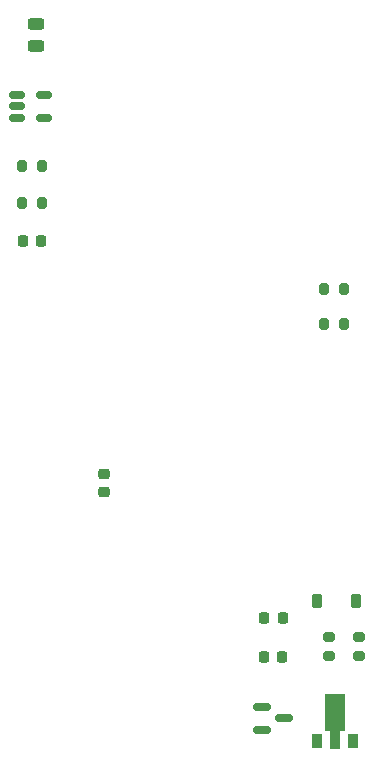
<source format=gbr>
%TF.GenerationSoftware,KiCad,Pcbnew,7.0.7*%
%TF.CreationDate,2024-05-31T07:58:12-05:00*%
%TF.ProjectId,ThinkTankTimerVote,5468696e-6b54-4616-9e6b-54696d657256,rev?*%
%TF.SameCoordinates,Original*%
%TF.FileFunction,Paste,Top*%
%TF.FilePolarity,Positive*%
%FSLAX46Y46*%
G04 Gerber Fmt 4.6, Leading zero omitted, Abs format (unit mm)*
G04 Created by KiCad (PCBNEW 7.0.7) date 2024-05-31 07:58:12*
%MOMM*%
%LPD*%
G01*
G04 APERTURE LIST*
G04 Aperture macros list*
%AMRoundRect*
0 Rectangle with rounded corners*
0 $1 Rounding radius*
0 $2 $3 $4 $5 $6 $7 $8 $9 X,Y pos of 4 corners*
0 Add a 4 corners polygon primitive as box body*
4,1,4,$2,$3,$4,$5,$6,$7,$8,$9,$2,$3,0*
0 Add four circle primitives for the rounded corners*
1,1,$1+$1,$2,$3*
1,1,$1+$1,$4,$5*
1,1,$1+$1,$6,$7*
1,1,$1+$1,$8,$9*
0 Add four rect primitives between the rounded corners*
20,1,$1+$1,$2,$3,$4,$5,0*
20,1,$1+$1,$4,$5,$6,$7,0*
20,1,$1+$1,$6,$7,$8,$9,0*
20,1,$1+$1,$8,$9,$2,$3,0*%
%AMFreePoly0*
4,1,9,3.862500,-0.866500,0.737500,-0.866500,0.737500,-0.450000,-0.737500,-0.450000,-0.737500,0.450000,0.737500,0.450000,0.737500,0.866500,3.862500,0.866500,3.862500,-0.866500,3.862500,-0.866500,$1*%
G04 Aperture macros list end*
%ADD10RoundRect,0.225000X-0.225000X-0.250000X0.225000X-0.250000X0.225000X0.250000X-0.225000X0.250000X0*%
%ADD11RoundRect,0.150000X-0.587500X-0.150000X0.587500X-0.150000X0.587500X0.150000X-0.587500X0.150000X0*%
%ADD12R,0.900000X1.300000*%
%ADD13FreePoly0,90.000000*%
%ADD14RoundRect,0.200000X-0.200000X-0.275000X0.200000X-0.275000X0.200000X0.275000X-0.200000X0.275000X0*%
%ADD15RoundRect,0.200000X0.275000X-0.200000X0.275000X0.200000X-0.275000X0.200000X-0.275000X-0.200000X0*%
%ADD16RoundRect,0.225000X-0.225000X-0.375000X0.225000X-0.375000X0.225000X0.375000X-0.225000X0.375000X0*%
%ADD17RoundRect,0.225000X0.250000X-0.225000X0.250000X0.225000X-0.250000X0.225000X-0.250000X-0.225000X0*%
%ADD18RoundRect,0.150000X-0.512500X-0.150000X0.512500X-0.150000X0.512500X0.150000X-0.512500X0.150000X0*%
%ADD19RoundRect,0.243750X0.456250X-0.243750X0.456250X0.243750X-0.456250X0.243750X-0.456250X-0.243750X0*%
G04 APERTURE END LIST*
D10*
%TO.C,C2*%
X191363000Y-124333000D03*
X192913000Y-124333000D03*
%TD*%
D11*
%TO.C,Q1*%
X191165000Y-128590000D03*
X191165000Y-130490000D03*
X193040000Y-129540000D03*
%TD*%
D12*
%TO.C,U2*%
X195858000Y-131490000D03*
D13*
X197358000Y-131402500D03*
D12*
X198858000Y-131490000D03*
%TD*%
D10*
%TO.C,C1*%
X191389000Y-121031000D03*
X192939000Y-121031000D03*
%TD*%
D14*
%TO.C,R4*%
X170899000Y-85904000D03*
X172549000Y-85904000D03*
%TD*%
D15*
%TO.C,R2*%
X196850000Y-124267000D03*
X196850000Y-122617000D03*
%TD*%
D16*
%TO.C,D2*%
X195836000Y-119634000D03*
X199136000Y-119634000D03*
%TD*%
D14*
%TO.C,R5*%
X196470000Y-93218000D03*
X198120000Y-93218000D03*
%TD*%
D10*
%TO.C,C3*%
X170916000Y-89154000D03*
X172466000Y-89154000D03*
%TD*%
D17*
%TO.C,C4*%
X177800000Y-110389000D03*
X177800000Y-108839000D03*
%TD*%
D14*
%TO.C,R6*%
X196470000Y-96139000D03*
X198120000Y-96139000D03*
%TD*%
D18*
%TO.C,U3*%
X170445000Y-76774000D03*
X170445000Y-77724000D03*
X170445000Y-78674000D03*
X172720000Y-78674000D03*
X172720000Y-76774000D03*
%TD*%
D19*
%TO.C,D1*%
X172085000Y-72644000D03*
X172085000Y-70769000D03*
%TD*%
D14*
%TO.C,R3*%
X170899000Y-82804000D03*
X172549000Y-82804000D03*
%TD*%
D15*
%TO.C,R1*%
X199390000Y-124267000D03*
X199390000Y-122617000D03*
%TD*%
M02*

</source>
